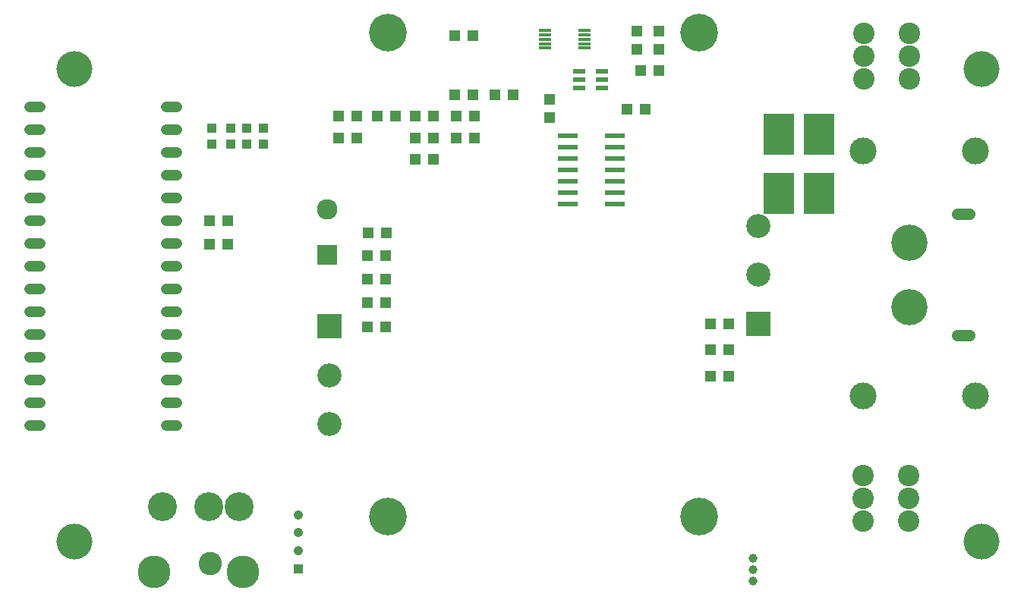
<source format=gbr>
G04 EAGLE Gerber RS-274X export*
G75*
%MOMM*%
%FSLAX34Y34*%
%LPD*%
%INSoldermask Bottom*%
%IPPOS*%
%AMOC8*
5,1,8,0,0,1.08239X$1,22.5*%
G01*
%ADD10R,2.200000X0.600000*%
%ADD11R,1.080000X1.050000*%
%ADD12C,4.050000*%
%ADD13C,1.300000*%
%ADD14C,4.200000*%
%ADD15C,3.231150*%
%ADD16C,3.653000*%
%ADD17C,2.600000*%
%ADD18C,1.200000*%
%ADD19C,2.400000*%
%ADD20R,1.400000X0.600000*%
%ADD21R,1.050000X1.050000*%
%ADD22C,1.050000*%
%ADD23R,2.690000X2.690000*%
%ADD24C,2.690000*%
%ADD25R,3.400000X4.600000*%
%ADD26C,1.000000*%
%ADD27C,3.000000*%
%ADD28C,4.000000*%
%ADD29R,1.400000X0.300000*%
%ADD30R,1.300000X1.200000*%
%ADD31R,1.200000X1.300000*%
%ADD32R,2.295000X2.295000*%
%ADD33C,2.295000*%


D10*
X632880Y570520D03*
X632880Y507020D03*
X632880Y583220D03*
X632880Y557820D03*
X632880Y545120D03*
X580880Y507020D03*
X632880Y519720D03*
X632880Y532420D03*
X580880Y519720D03*
X580880Y532420D03*
X580880Y545120D03*
X580880Y557820D03*
X580880Y570520D03*
X580880Y583220D03*
D11*
X223000Y591750D03*
X223000Y574250D03*
X241000Y591750D03*
X241000Y574250D03*
X204840Y591790D03*
X204840Y574290D03*
X184000Y591750D03*
X184000Y574250D03*
D12*
X961850Y392200D03*
X961850Y464200D03*
D13*
X1015350Y360700D02*
X1028350Y360700D01*
X1028350Y495700D02*
X1015350Y495700D01*
D14*
X380060Y157942D03*
X380060Y697942D03*
X726900Y698000D03*
X726900Y158000D03*
D15*
X214520Y168940D03*
X128520Y168940D03*
X180520Y168940D03*
D16*
X119520Y95940D03*
X218520Y95940D03*
D17*
X181520Y105940D03*
D18*
X145020Y260050D02*
X133020Y260050D01*
X133020Y285450D02*
X145020Y285450D01*
X145020Y310850D02*
X133020Y310850D01*
X133020Y336250D02*
X145020Y336250D01*
X145020Y361650D02*
X133020Y361650D01*
X133020Y387050D02*
X145020Y387050D01*
X145020Y412450D02*
X133020Y412450D01*
X133020Y437850D02*
X145020Y437850D01*
X145020Y463250D02*
X133020Y463250D01*
X133020Y488650D02*
X145020Y488650D01*
X145020Y514050D02*
X133020Y514050D01*
X133020Y539450D02*
X145020Y539450D01*
X-7380Y260050D02*
X-19380Y260050D01*
X-19380Y285450D02*
X-7380Y285450D01*
X-7380Y310850D02*
X-19380Y310850D01*
X-19380Y463250D02*
X-7380Y463250D01*
X-7380Y488650D02*
X-19380Y488650D01*
X-19380Y514050D02*
X-7380Y514050D01*
X-7380Y539450D02*
X-19380Y539450D01*
X-19380Y615650D02*
X-7380Y615650D01*
X133020Y615650D02*
X145020Y615650D01*
X145020Y590250D02*
X133020Y590250D01*
X133020Y564850D02*
X145020Y564850D01*
X-7380Y590250D02*
X-19380Y590250D01*
X-19380Y564850D02*
X-7380Y564850D01*
X-7380Y336250D02*
X-19380Y336250D01*
X-19380Y437850D02*
X-7380Y437850D01*
X-7380Y412450D02*
X-19380Y412450D01*
X-19380Y387050D02*
X-7380Y387050D01*
X-7380Y361650D02*
X-19380Y361650D01*
D19*
X910140Y204260D03*
X910140Y178860D03*
X910140Y153460D03*
X960940Y153460D03*
X960940Y178860D03*
X960940Y204260D03*
X910640Y697740D03*
X910640Y672340D03*
X910640Y646940D03*
X961440Y646940D03*
X961440Y672340D03*
X961440Y697740D03*
D20*
X618500Y655500D03*
X618500Y646000D03*
X618500Y636500D03*
X593500Y636500D03*
X593500Y646000D03*
X593500Y655500D03*
D21*
X280500Y100000D03*
D22*
X280500Y120000D03*
X280500Y140000D03*
X280500Y160000D03*
D23*
X314550Y370600D03*
D24*
X314550Y316000D03*
X314550Y261400D03*
D23*
X793450Y373400D03*
D24*
X793450Y428000D03*
X793450Y482600D03*
D25*
X861000Y519000D03*
X816000Y519000D03*
X861000Y585000D03*
X816000Y585000D03*
D26*
X787000Y112000D03*
X787000Y99300D03*
X787000Y86600D03*
D27*
X910000Y566500D03*
X1035000Y566500D03*
X910000Y293000D03*
X1035000Y293000D03*
D28*
X30000Y657500D03*
X30000Y130000D03*
X1042500Y130000D03*
X1042500Y657500D03*
D29*
X599000Y701000D03*
X599000Y696000D03*
X599000Y691000D03*
X599000Y686000D03*
X599000Y681000D03*
X555000Y681000D03*
X555000Y686000D03*
X555000Y691000D03*
X555000Y696000D03*
X555000Y701000D03*
D30*
X682000Y679840D03*
X682000Y700160D03*
D31*
X682160Y656000D03*
X661840Y656000D03*
D30*
X658000Y679840D03*
X658000Y700160D03*
D31*
X201160Y488000D03*
X180840Y488000D03*
X201160Y462000D03*
X180840Y462000D03*
X520160Y629000D03*
X499840Y629000D03*
X475160Y629000D03*
X454840Y629000D03*
X455840Y581000D03*
X476160Y581000D03*
X455840Y605000D03*
X476160Y605000D03*
X431160Y605000D03*
X410840Y605000D03*
X431160Y581000D03*
X410840Y581000D03*
X739840Y344000D03*
X760160Y344000D03*
X377160Y397000D03*
X356840Y397000D03*
X410840Y557000D03*
X431160Y557000D03*
D30*
X560000Y603840D03*
X560000Y624160D03*
D31*
X345160Y581000D03*
X324840Y581000D03*
X357840Y475000D03*
X378160Y475000D03*
X324840Y605000D03*
X345160Y605000D03*
X367840Y605000D03*
X388160Y605000D03*
X646840Y613000D03*
X667160Y613000D03*
X377160Y449000D03*
X356840Y449000D03*
X377160Y423000D03*
X356840Y423000D03*
X739840Y315000D03*
X760160Y315000D03*
D32*
X312000Y450000D03*
D33*
X312000Y500800D03*
D31*
X454840Y695000D03*
X475160Y695000D03*
X377160Y370000D03*
X356840Y370000D03*
X739840Y373000D03*
X760160Y373000D03*
M02*

</source>
